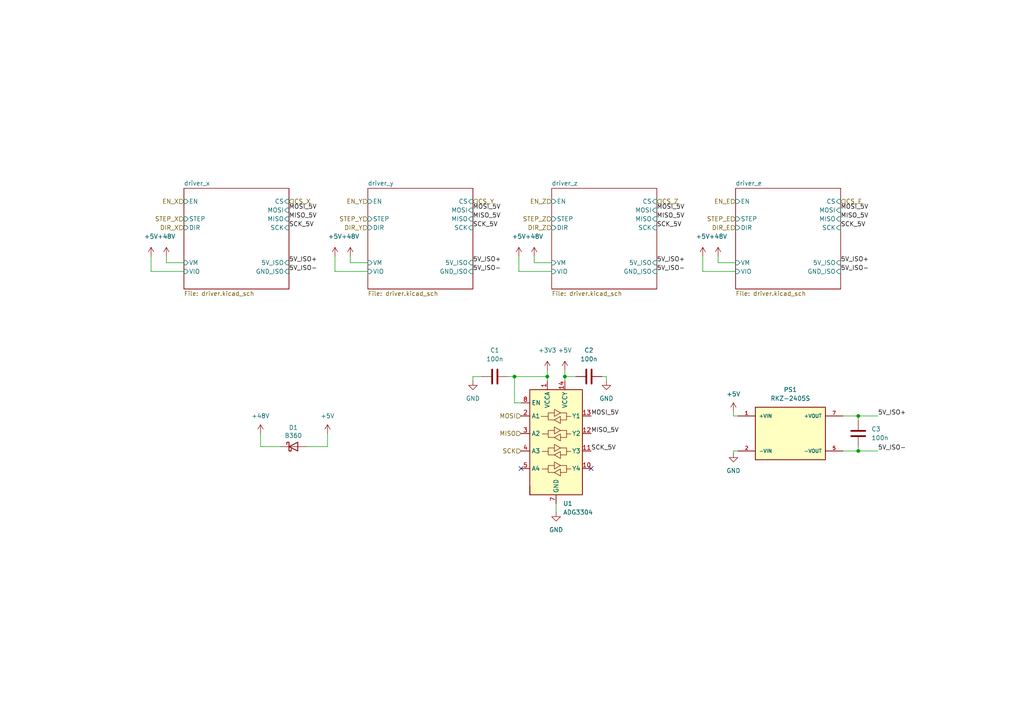
<source format=kicad_sch>
(kicad_sch (version 20211123) (generator eeschema)
  (paper "A4")
  (title_block (title "Motor Axes"))
  (lib_symbols
    (symbol "Device:C" (pin_numbers hide) (pin_names (offset 0.254))
      (property "Reference" "C" (at 0.635 2.54 0))
      (property "Value" "C" (at 0.635 -2.54 0))
      (symbol "C_0_1"
        (polyline (pts (xy -2.032 -0.762) (xy 2.032 -0.762)) (stroke (width 0.508)))
        (polyline (pts (xy -2.032 0.762) (xy 2.032 0.762)) (stroke (width 0.508)))
      )
      (symbol "C_1_1"
        (pin passive line (at 0 3.81 270) (length 2.794) (name "~") (number "1"))
        (pin passive line (at 0 -3.81 90) (length 2.794) (name "~") (number "2"))
      )
    )
    (symbol "Diode:B360" (pin_numbers hide) (pin_names (offset 1.016) hide)
      (property "Reference" "D" (at 0 2.54 0))
      (property "Value" "B360" (at 0 -2.54 0))
      (symbol "B360_0_1"
        (polyline (pts (xy 1.27 0) (xy -1.27 0)))
        (polyline (pts (xy 1.27 1.27) (xy 1.27 -1.27) (xy -1.27 0) (xy 1.27 1.27)) (stroke (width 0.254)))
        (polyline (pts (xy -1.905 0.635) (xy -1.905 1.27) (xy -1.27 1.27) (xy -1.27 -1.27) (xy -0.635 -1.27) (xy -0.635 -0.635)) (stroke (width 0.254)))
      )
      (symbol "B360_1_1"
        (pin passive line (at -3.81 0 0) (length 2.54) (name "K") (number "1"))
        (pin passive line (at 3.81 0 180) (length 2.54) (name "A") (number "2"))
      )
    )
    (symbol "fluidnc_board:ADG3304"
      (property "Reference" "U" (at -6.35 16.51 0))
      (property "Value" "ADG3304" (at 3.81 16.51 0))
      (symbol "ADG3304_0_0"
        (pin bidirectional line (at 10.16 7.62 180) (length 2.54) (name "Y1") (number "13"))
        (pin power_in line (at 2.54 17.78 270) (length 2.54) (name "VCCY") (number "14"))
      )
      (symbol "ADG3304_0_1"
        (rectangle (start -7.62 -15.24) (end -7.62 -12.7) (stroke (width 0.254)))
        (rectangle (start -7.62 15.24) (end 7.62 -15.24) (stroke (width 0.254)) (fill (type background)))
        (polyline (pts (xy -2.286 -7.747) (xy -2.286 -6.731) (xy -0.508 -6.731)))
        (polyline (pts (xy -2.286 -2.667) (xy -2.286 -1.651) (xy -0.508 -1.651)))
        (polyline (pts (xy -2.286 2.413) (xy -2.286 3.429) (xy -0.508 3.429)))
        (polyline (pts (xy -2.286 7.493) (xy -2.286 8.509) (xy -0.508 8.509)))
        (polyline (pts (xy 3.048 -7.747) (xy 3.048 -8.763) (xy 1.27 -8.763)))
        (polyline (pts (xy 3.048 -2.667) (xy 3.048 -3.683) (xy 1.27 -3.683)))
        (polyline (pts (xy 3.048 2.413) (xy 3.048 1.397) (xy 1.27 1.397)))
        (polyline (pts (xy 3.048 7.493) (xy 3.048 6.477) (xy 1.27 6.477)))
        (polyline (pts (xy -0.508 -8.763) (xy -2.286 -8.763) (xy -2.286 -7.747) (xy -4.064 -7.747)))
        (polyline (pts (xy -0.508 -8.763) (xy 1.27 -7.747) (xy 1.27 -9.779) (xy -0.508 -8.763)))
        (polyline (pts (xy -0.508 -3.683) (xy -2.286 -3.683) (xy -2.286 -2.667) (xy -4.064 -2.667)))
        (polyline (pts (xy -0.508 -3.683) (xy 1.27 -2.667) (xy 1.27 -4.699) (xy -0.508 -3.683)))
        (polyline (pts (xy -0.508 1.397) (xy -2.286 1.397) (xy -2.286 2.413) (xy -4.064 2.413)))
        (polyline (pts (xy -0.508 1.397) (xy 1.27 2.413) (xy 1.27 0.381) (xy -0.508 1.397)))
        (polyline (pts (xy -0.508 6.477) (xy -2.286 6.477) (xy -2.286 7.493) (xy -4.318 7.493)))
        (polyline (pts (xy -0.508 6.477) (xy 1.27 7.493) (xy 1.27 5.461) (xy -0.508 6.477)))
        (polyline (pts (xy 1.27 -6.731) (xy -0.508 -7.747) (xy -0.508 -5.715) (xy 1.27 -6.731)))
        (polyline (pts (xy 1.27 -6.731) (xy 3.048 -6.731) (xy 3.048 -7.747) (xy 4.318 -7.747)))
        (polyline (pts (xy 1.27 -1.651) (xy -0.508 -2.667) (xy -0.508 -0.635) (xy 1.27 -1.651)))
        (polyline (pts (xy 1.27 -1.651) (xy 3.048 -1.651) (xy 3.048 -2.667) (xy 4.318 -2.667)))
        (polyline (pts (xy 1.27 3.429) (xy -0.508 2.413) (xy -0.508 4.445) (xy 1.27 3.429)))
        (polyline (pts (xy 1.27 3.429) (xy 3.048 3.429) (xy 3.048 2.413) (xy 4.318 2.413)))
        (polyline (pts (xy 1.27 8.509) (xy -0.508 7.493) (xy -0.508 9.525) (xy 1.27 8.509)))
        (polyline (pts (xy 1.27 8.509) (xy 3.048 8.509) (xy 3.048 7.493) (xy 4.318 7.493)))
      )
      (symbol "ADG3304_1_1"
        (pin power_in line (at -2.54 17.78 270) (length 2.54) (name "VCCA") (number "1"))
        (pin bidirectional line (at 10.16 -7.62 180) (length 2.54) (name "Y4") (number "10"))
        (pin bidirectional line (at 10.16 -2.54 180) (length 2.54) (name "Y3") (number "11"))
        (pin bidirectional line (at 10.16 2.54 180) (length 2.54) (name "Y2") (number "12"))
        (pin bidirectional line (at -10.16 7.62 0) (length 2.54) (name "A1") (number "2"))
        (pin bidirectional line (at -10.16 2.54 0) (length 2.54) (name "A2") (number "3"))
        (pin bidirectional line (at -10.16 -2.54 0) (length 2.54) (name "A3") (number "4"))
        (pin bidirectional line (at -10.16 -7.62 0) (length 2.54) (name "A4") (number "5"))
        (pin no_connect line (at -10.16 -12.7 0) (length 2.54) hide (name "NC") (number "6"))
        (pin power_out line (at 0 -17.78 90) (length 2.54) (name "GND") (number "7"))
        (pin input line (at -10.16 11.43 0) (length 2.54) (name "EN") (number "8"))
        (pin no_connect line (at 10.16 -12.7 180) (length 2.54) hide (name "NC") (number "9"))
      )
    )
    (symbol "fluidnc_board:RKZ-2405S" (pin_names (offset 1.016))
      (property "Reference" "PS" (at -10.16 7.62 0))
      (property "Value" "RKZ-2405S" (at -10.16 -10.16 0))
      (symbol "RKZ-2405S_0_0"
        (rectangle (start -10.16 -7.62) (end 10.16 7.62) (stroke (width 0.254)) (fill (type background)))
        (pin input line (at -15.24 5.08 0) (length 5.08) (name "+VIN") (number "1"))
        (pin input line (at -15.24 -5.08 0) (length 5.08) (name "-VIN") (number "2"))
        (pin output line (at 15.24 -5.08 180) (length 5.08) (name "-VOUT") (number "5"))
        (pin output line (at 15.24 5.08 180) (length 5.08) (name "+VOUT") (number "7"))
      )
    )
    (symbol "power:+3V3" (power) (pin_names (offset 0))
      (property "Value" "+3V3" (at 0 3.556 0))
      (symbol "+3V3_0_1"
        (polyline (pts (xy -0.762 1.27) (xy 0 2.54)))
        (polyline (pts (xy 0 0) (xy 0 2.54)))
        (polyline (pts (xy 0 2.54) (xy 0.762 1.27)))
      )
      (symbol "+3V3_1_1"
        (pin power_in line (at 0 0 90) (length 0) hide (name "+3V3") (number "1"))
      )
    )
    (symbol "power:+48V" (power) (pin_names (offset 0))
      (property "Value" "+48V" (at 0 3.556 0))
      (symbol "+48V_0_1"
        (polyline (pts (xy -0.762 1.27) (xy 0 2.54)))
        (polyline (pts (xy 0 0) (xy 0 2.54)))
        (polyline (pts (xy 0 2.54) (xy 0.762 1.27)))
      )
      (symbol "+48V_1_1"
        (pin power_in line (at 0 0 90) (length 0) hide (name "+48V") (number "1"))
      )
    )
    (symbol "power:+5V" (power) (pin_names (offset 0))
      (property "Value" "+5V" (at 0 3.556 0))
      (symbol "+5V_0_1"
        (polyline (pts (xy -0.762 1.27) (xy 0 2.54)))
        (polyline (pts (xy 0 0) (xy 0 2.54)))
        (polyline (pts (xy 0 2.54) (xy 0.762 1.27)))
      )
      (symbol "+5V_1_1"
        (pin power_in line (at 0 0 90) (length 0) hide (name "+5V") (number "1"))
      )
    )
    (symbol "power:GND" (power) (pin_names (offset 0))
      (property "Value" "GND" (at 0 -3.81 0))
      (symbol "GND_0_1"
        (polyline (pts (xy 0 0) (xy 0 -1.27) (xy 1.27 -1.27) (xy 0 -2.54) (xy -1.27 -1.27) (xy 0 -1.27)))
      )
      (symbol "GND_1_1"
        (pin power_in line (at 0 0 270) (length 0) hide (name "GND") (number "1"))
      )
    )
  )
  (junction (at 248.92 130.81))
  (junction (at 248.92 120.65))
  (junction (at 149.225 109.22))
  (junction (at 163.83 109.22))
  (junction (at 158.75 109.22))
  (no_connect (at 171.45 135.89))
  (no_connect (at 151.13 135.89))
  (wire (pts (xy 101.6 74.295) (xy 101.6 76.2)))
  (wire (pts (xy 101.6 76.2) (xy 106.68 76.2)))
  (wire (pts (xy 94.996 129.54) (xy 88.9 129.54)))
  (wire (pts (xy 161.29 146.05) (xy 161.29 148.59)))
  (wire (pts (xy 175.895 110.49) (xy 175.895 109.22)))
  (wire (pts (xy 48.26 76.2) (xy 53.34 76.2)))
  (wire (pts (xy 147.32 109.22) (xy 149.225 109.22)))
  (wire (pts (xy 75.565 129.54) (xy 81.28 129.54)))
  (wire (pts (xy 212.725 120.65) (xy 213.995 120.65)))
  (wire (pts (xy 213.995 130.81) (xy 212.725 130.81)))
  (wire (pts (xy 175.895 109.22) (xy 174.625 109.22)))
  (wire (pts (xy 163.83 107.315) (xy 163.83 109.22)))
  (wire (pts (xy 149.225 109.22) (xy 149.225 116.84)))
  (wire (pts (xy 248.92 130.81) (xy 254.635 130.81)))
  (wire (pts (xy 48.26 74.295) (xy 48.26 76.2)))
  (wire (pts (xy 43.815 78.74) (xy 53.34 78.74)))
  (wire (pts (xy 244.475 130.81) (xy 248.92 130.81)))
  (wire (pts (xy 203.835 74.295) (xy 203.835 78.74)))
  (wire (pts (xy 43.815 74.295) (xy 43.815 78.74)))
  (wire (pts (xy 150.495 78.74) (xy 160.02 78.74)))
  (wire (pts (xy 151.13 116.84) (xy 149.225 116.84)))
  (wire (pts (xy 208.28 76.2) (xy 213.36 76.2)))
  (wire (pts (xy 154.94 76.2) (xy 160.02 76.2)))
  (wire (pts (xy 163.83 109.22) (xy 163.83 110.49)))
  (wire (pts (xy 248.92 120.65) (xy 254.635 120.65)))
  (wire (pts (xy 75.565 125.73) (xy 75.565 129.54)))
  (wire (pts (xy 203.835 78.74) (xy 213.36 78.74)))
  (wire (pts (xy 137.16 109.22) (xy 139.7 109.22)))
  (wire (pts (xy 149.225 109.22) (xy 158.75 109.22)))
  (wire (pts (xy 137.16 110.49) (xy 137.16 109.22)))
  (wire (pts (xy 212.725 130.81) (xy 212.725 131.445)))
  (wire (pts (xy 150.495 74.295) (xy 150.495 78.74)))
  (wire (pts (xy 154.94 74.295) (xy 154.94 76.2)))
  (wire (pts (xy 248.92 129.54) (xy 248.92 130.81)))
  (wire (pts (xy 97.155 74.295) (xy 97.155 78.74)))
  (wire (pts (xy 94.996 125.73) (xy 94.996 129.54)))
  (wire (pts (xy 158.75 109.22) (xy 158.75 110.49)))
  (wire (pts (xy 248.92 120.65) (xy 248.92 121.92)))
  (wire (pts (xy 97.155 78.74) (xy 106.68 78.74)))
  (wire (pts (xy 163.83 109.22) (xy 167.005 109.22)))
  (wire (pts (xy 244.475 120.65) (xy 248.92 120.65)))
  (wire (pts (xy 158.75 107.315) (xy 158.75 109.22)))
  (wire (pts (xy 208.28 74.295) (xy 208.28 76.2)))
  (wire (pts (xy 212.725 119.38) (xy 212.725 120.65)))
  (label "SCK_5V" (at 190.5 66.04 0))
  (label "MOSI_5V" (at 137.16 60.96 0))
  (label "MISO_5V" (at 137.16 63.5 0))
  (label "5V_ISO-" (at 243.84 78.74 0))
  (label "MOSI_5V" (at 171.45 120.65 0))
  (label "5V_ISO+" (at 83.82 76.2 0))
  (label "5V_ISO-" (at 190.5 78.74 0))
  (label "MOSI_5V" (at 190.5 60.96 0))
  (label "MISO_5V" (at 243.84 63.5 0))
  (label "MOSI_5V" (at 243.84 60.96 0))
  (label "SCK_5V" (at 171.45 130.81 0))
  (label "MISO_5V" (at 83.82 63.5 0))
  (label "SCK_5V" (at 83.82 66.04 0))
  (label "MISO_5V" (at 190.5 63.5 0))
  (label "MISO_5V" (at 171.45 125.73 0))
  (label "5V_ISO+" (at 243.84 76.2 0))
  (label "5V_ISO-" (at 137.16 78.74 0))
  (label "5V_ISO+" (at 254.635 120.65 0))
  (label "SCK_5V" (at 137.16 66.04 0))
  (label "5V_ISO+" (at 137.16 76.2 0))
  (label "MOSI_5V" (at 83.82 60.96 0))
  (label "5V_ISO-" (at 83.82 78.74 0))
  (label "5V_ISO+" (at 190.5 76.2 0))
  (label "SCK_5V" (at 243.84 66.04 0))
  (label "5V_ISO-" (at 254.635 130.81 0))
  (hierarchical_label "CS_Y" (shape input) (at 137.16 58.42 0))
  (hierarchical_label "CS_X" (shape input) (at 83.82 58.42 0))
  (hierarchical_label "DIR_Z" (shape input) (at 160.02 66.04 180))
  (hierarchical_label "CS_Z" (shape input) (at 190.5 58.42 0))
  (hierarchical_label "EN_E" (shape input) (at 213.36 58.42 180))
  (hierarchical_label "EN_X" (shape input) (at 53.34 58.42 180))
  (hierarchical_label "CS_E" (shape input) (at 243.84 58.42 0))
  (hierarchical_label "DIR_E" (shape input) (at 213.36 66.04 180))
  (hierarchical_label "STEP_Y" (shape input) (at 106.68 63.5 180))
  (hierarchical_label "DIR_X" (shape input) (at 53.34 66.04 180))
  (hierarchical_label "STEP_E" (shape input) (at 213.36 63.5 180))
  (hierarchical_label "DIR_Y" (shape input) (at 106.68 66.04 180))
  (hierarchical_label "SCK" (shape input) (at 151.13 130.81 180))
  (hierarchical_label "EN_Y" (shape input) (at 106.68 58.42 180))
  (hierarchical_label "STEP_X" (shape input) (at 53.34 63.5 180))
  (hierarchical_label "EN_Z" (shape input) (at 160.02 58.42 180))
  (hierarchical_label "MISO" (shape input) (at 151.13 125.73 180))
  (hierarchical_label "MOSI" (shape input) (at 151.13 120.65 180))
  (hierarchical_label "STEP_Z" (shape input) (at 160.02 63.5 180))
  (symbol (lib_id "power:+5V") (at 94.996 125.73 0) (unit 1)
    (property "Reference" "#PWR017" (effects hide))
    (property "Value" "+5V" (at 94.996 120.65 0))
  )
  (symbol (lib_id "power:+5V") (at 212.725 119.38 0) (unit 1)
    (property "Reference" "#PWR029" (effects hide))
    (property "Value" "+5V" (at 212.725 114.3 0))
  )
  (symbol (lib_id "power:+48V") (at 101.6 74.295 0) (unit 1)
    (property "Reference" "#PWR019" (effects hide))
    (property "Value" "+48V" (at 101.6 68.58 0))
  )
  (symbol (lib_id "power:+5V") (at 163.83 107.315 0) (unit 1)
    (property "Reference" "#PWR025" (effects hide))
    (property "Value" "+5V" (at 163.83 101.6 0))
  )
  (symbol (lib_id "power:+48V") (at 154.94 74.295 0) (unit 1)
    (property "Reference" "#PWR022" (effects hide))
    (property "Value" "+48V" (at 154.94 68.58 0))
  )
  (symbol (lib_id "power:GND") (at 161.29 148.59 0) (unit 1)
    (property "Reference" "#PWR024" (effects hide))
    (property "Value" "GND" (at 161.29 153.67 0))
  )
  (symbol (lib_id "power:+48V") (at 208.28 74.295 0) (unit 1)
    (property "Reference" "#PWR028" (effects hide))
    (property "Value" "+48V" (at 208.28 68.58 0))
  )
  (symbol (lib_id "fluidnc_board:ADG3304") (at 161.29 128.27 0) (unit 1)
    (property "Reference" "U1" (at 163.3094 146.05 0) (effects (justify left)))
    (property "Value" "ADG3304" (at 163.3094 148.59 0) (effects (justify left)))
    (property "Footprint" "Package_SO:TSSOP-14_4.4x5mm_P0.65mm" (effects hide))
    (property "Datasheet" "https://www.analog.com/media/en/technical-documentation/data-sheets/adg3304.pdf" (effects hide))
    (property "Digikey Part No." "505-ADG3304BRUZ-ND" (effects hide))
  )
  (symbol (lib_id "power:+5V") (at 43.815 74.295 0) (unit 1)
    (property "Reference" "#PWR014" (effects hide))
    (property "Value" "+5V" (at 43.815 68.58 0))
  )
  (symbol (lib_id "power:+5V") (at 203.835 74.295 0) (unit 1)
    (property "Reference" "#PWR027" (effects hide))
    (property "Value" "+5V" (at 203.835 68.58 0))
  )
  (symbol (lib_id "Device:C") (at 170.815 109.22 90) (unit 1)
    (property "Reference" "C2" (at 170.815 101.6 90))
    (property "Value" "100n" (at 170.815 104.14 90))
    (property "Footprint" "Capacitor_SMD:C_0603_1608Metric_Pad1.05x0.95mm_HandSolder" (effects hide))
    (property "Datasheet" "http://www.samsungsem.com/kr/support/product-search/mlcc/CL10B104MB8NNNC.jsp" (effects hide))
    (property "Digikey Part No." "1276-1941-1-ND" (effects hide))
  )
  (symbol (lib_id "Diode:B360") (at 85.09 129.54 0) (unit 1)
    (property "Reference" "D1" (at 85.09 124.0282 0))
    (property "Value" "B360" (at 85.09 126.3396 0))
    (property "Footprint" "Diode_SMD:D_SMA_Handsoldering" (effects hide))
    (property "Datasheet" "http://www.jameco.com/Jameco/Products/ProdDS/1538777.pdf" (effects hide))
    (property "Digikey Part No." "CD214A-B360RCT-ND" (effects hide))
  )
  (symbol (lib_id "power:GND") (at 137.16 110.49 0) (unit 1)
    (property "Reference" "#PWR020" (effects hide))
    (property "Value" "GND" (at 137.16 115.57 0))
  )
  (symbol (lib_id "power:+48V") (at 75.565 125.73 0) (unit 1)
    (property "Reference" "#PWR016" (effects hide))
    (property "Value" "+48V" (at 75.565 120.65 0))
  )
  (symbol (lib_id "power:+5V") (at 150.495 74.295 0) (unit 1)
    (property "Reference" "#PWR021" (effects hide))
    (property "Value" "+5V" (at 150.495 68.58 0))
  )
  (symbol (lib_id "power:+48V") (at 48.26 74.295 0) (unit 1)
    (property "Reference" "#PWR015" (effects hide))
    (property "Value" "+48V" (at 48.26 68.58 0))
  )
  (symbol (lib_id "Device:C") (at 143.51 109.22 90) (unit 1)
    (property "Reference" "C1" (at 143.51 101.6 90))
    (property "Value" "100n" (at 143.51 104.14 90))
    (property "Footprint" "Capacitor_SMD:C_0603_1608Metric_Pad1.05x0.95mm_HandSolder" (effects hide))
    (property "Datasheet" "http://www.samsungsem.com/kr/support/product-search/mlcc/CL10B104MB8NNNC.jsp" (effects hide))
    (property "Digikey Part No." "1276-1941-1-ND" (effects hide))
  )
  (symbol (lib_id "power:GND") (at 212.725 131.445 0) (unit 1)
    (property "Reference" "#PWR030" (effects hide))
    (property "Value" "GND" (at 212.725 136.525 0))
  )
  (symbol (lib_id "Device:C") (at 248.92 125.73 0) (unit 1)
    (property "Reference" "C3" (at 252.73 124.4599 0) (effects (justify left)))
    (property "Value" "100n" (at 252.73 126.9999 0) (effects (justify left)))
    (property "Footprint" "Capacitor_SMD:C_0603_1608Metric_Pad1.05x0.95mm_HandSolder" (effects hide))
    (property "Datasheet" "http://www.samsungsem.com/kr/support/product-search/mlcc/CL10B104MB8NNNC.jsp" (effects hide))
    (property "Digikey Part No." "1276-1941-1-ND" (effects hide))
  )
  (symbol (lib_id "power:+5V") (at 97.155 74.295 0) (unit 1)
    (property "Reference" "#PWR018" (effects hide))
    (property "Value" "+5V" (at 97.155 68.58 0))
  )
  (symbol (lib_id "power:GND") (at 175.895 110.49 0) (unit 1)
    (property "Reference" "#PWR026" (effects hide))
    (property "Value" "GND" (at 175.895 115.57 0))
  )
  (symbol (lib_id "fluidnc_board:RKZ-2405S") (at 229.235 125.73 0) (unit 1)
    (property "Reference" "PS1" (at 229.235 113.03 0))
    (property "Value" "RKZ-2405S" (at 229.235 115.57 0))
    (property "Footprint" "fluidnc_board:CONV_RKZ" (effects hide))
    (property "Datasheet" "https://recom-power.com/pdf/Econoline/RKZ.pdf" (effects hide))
    (property "MAXIMUM_PACKAGE_HEIGHT" "10.2mm" (effects hide))
    (property "STANDARD" "Manufacturer Recommendations" (effects hide))
    (property "PARTREV" "5" (effects hide))
    (property "MANUFACTURER" "RECOM" (effects hide))
    (property "Digikey Part No." "945-2566-ND" (effects hide))
  )
  (symbol (lib_id "power:+3V3") (at 158.75 107.315 0) (unit 1)
    (property "Reference" "#PWR023" (effects hide))
    (property "Value" "+3V3" (at 158.75 101.6 0))
  )
  (sheet (at 160.02 54.61) (size 30.48 29.21) (stroke (width 0.1524))
    (property "Sheet name" "driver_z" (at 160.02 53.8984 0) (effects (justify left bottom)))
    (property "Sheet file" "driver.kicad_sch" (at 160.02 84.4046 0) (effects (justify left top)))
    (pin "EN" input (at 160.02 58.42 180))
    (pin "MOSI" input (at 190.5 60.96 0))
    (pin "MISO" input (at 190.5 63.5 0))
    (pin "SCK" input (at 190.5 66.04 0))
    (pin "STEP" input (at 160.02 63.5 180))
    (pin "DIR" input (at 160.02 66.04 180))
    (pin "VM" input (at 160.02 76.2 180))
    (pin "VIO" input (at 160.02 78.74 180))
    (pin "CS" input (at 190.5 58.42 0))
    (pin "5V_ISO" input (at 190.5 76.2 0))
    (pin "GND_ISO" input (at 190.5 78.74 0))
  )
  (sheet (at 106.68 54.61) (size 30.48 29.21) (stroke (width 0.1524))
    (property "Sheet name" "driver_y" (at 106.68 53.8984 0) (effects (justify left bottom)))
    (property "Sheet file" "driver.kicad_sch" (at 106.68 84.4046 0) (effects (justify left top)))
    (pin "EN" input (at 106.68 58.42 180))
    (pin "MOSI" input (at 137.16 60.96 0))
    (pin "MISO" input (at 137.16 63.5 0))
    (pin "SCK" input (at 137.16 66.04 0))
    (pin "STEP" input (at 106.68 63.5 180))
    (pin "DIR" input (at 106.68 66.04 180))
    (pin "VM" input (at 106.68 76.2 180))
    (pin "VIO" input (at 106.68 78.74 180))
    (pin "CS" input (at 137.16 58.42 0))
    (pin "5V_ISO" input (at 137.16 76.2 0))
    (pin "GND_ISO" input (at 137.16 78.74 0))
  )
  (sheet (at 213.36 54.61) (size 30.48 29.21) (stroke (width 0.1524))
    (property "Sheet name" "driver_e" (at 213.36 53.8984 0) (effects (justify left bottom)))
    (property "Sheet file" "driver.kicad_sch" (at 213.36 84.4046 0) (effects (justify left top)))
    (pin "EN" input (at 213.36 58.42 180))
    (pin "MOSI" input (at 243.84 60.96 0))
    (pin "MISO" input (at 243.84 63.5 0))
    (pin "SCK" input (at 243.84 66.04 0))
    (pin "STEP" input (at 213.36 63.5 180))
    (pin "DIR" input (at 213.36 66.04 180))
    (pin "VM" input (at 213.36 76.2 180))
    (pin "VIO" input (at 213.36 78.74 180))
    (pin "CS" input (at 243.84 58.42 0))
    (pin "5V_ISO" input (at 243.84 76.2 0))
    (pin "GND_ISO" input (at 243.84 78.74 0))
  )
  (sheet (at 53.34 54.61) (size 30.48 29.21) (stroke (width 0.1524))
    (property "Sheet name" "driver_x" (at 53.34 53.8984 0) (effects (justify left bottom)))
    (property "Sheet file" "driver.kicad_sch" (at 53.34 84.4046 0) (effects (justify left top)))
    (pin "EN" input (at 53.34 58.42 180))
    (pin "MOSI" input (at 83.82 60.96 0))
    (pin "MISO" input (at 83.82 63.5 0))
    (pin "SCK" input (at 83.82 66.04 0))
    (pin "STEP" input (at 53.34 63.5 180))
    (pin "DIR" input (at 53.34 66.04 180))
    (pin "VM" input (at 53.34 76.2 180))
    (pin "VIO" input (at 53.34 78.74 180))
    (pin "CS" input (at 83.82 58.42 0))
    (pin "5V_ISO" input (at 83.82 76.2 0))
    (pin "GND_ISO" input (at 83.82 78.74 0))
  )
)
</source>
